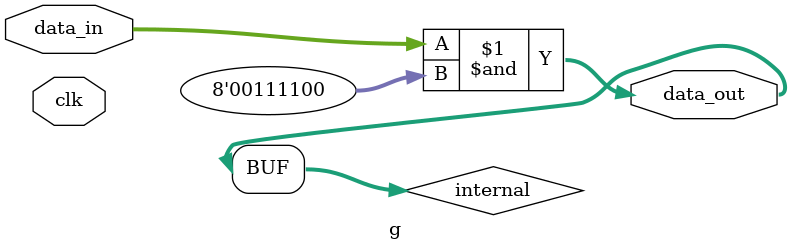
<source format=sv>
module g (
    input logic clk,
    input logic [7:0] data_in,
    output logic [7:0] data_out
);
    logic [7:0] internal;

    assign internal = data_in & 8'h3C;
    assign data_out = internal;

endmodule

</source>
